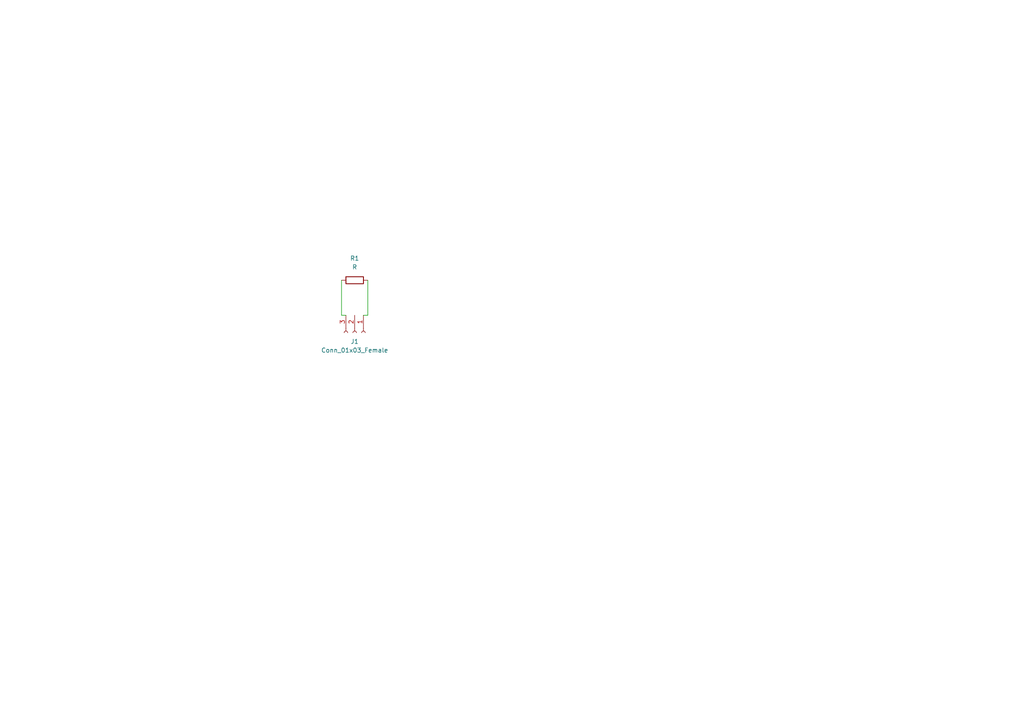
<source format=kicad_sch>
(kicad_sch (version 20211123) (generator eeschema)
  (paper "A4")
  (lib_symbols
    (symbol "Connector:Conn_01x03_Female" (pin_names (offset 1.016) hide)
      (property "Reference" "J" (at 0 5.08 0))
      (property "Value" "Conn_01x03_Female" (at 0 -5.08 0))
      (symbol "Conn_01x03_Female_1_1"
        (arc (start 0 -2.032) (mid -0.508 -2.54) (end 0 -3.048) (stroke (width 0.1524)))
        (polyline (pts (xy -1.27 -2.54) (xy -0.508 -2.54)) (stroke (width 0.1524)))
        (polyline (pts (xy -1.27 0) (xy -0.508 0)) (stroke (width 0.1524)))
        (polyline (pts (xy -1.27 2.54) (xy -0.508 2.54)) (stroke (width 0.1524)))
        (arc (start 0 0.508) (mid -0.508 0) (end 0 -0.508) (stroke (width 0.1524)))
        (arc (start 0 3.048) (mid -0.508 2.54) (end 0 2.032) (stroke (width 0.1524)))
        (pin passive line (at -5.08 2.54 0) (length 3.81) (name "Pin_1") (number "1"))
        (pin passive line (at -5.08 0 0) (length 3.81) (name "Pin_2") (number "2"))
        (pin passive line (at -5.08 -2.54 0) (length 3.81) (name "Pin_3") (number "3"))
      )
    )
    (symbol "Device:R" (pin_numbers hide) (pin_names (offset 0))
      (property "Reference" "R" (at 2.032 0 90))
      (property "Value" "R" (at 0 0 90))
      (symbol "R_0_1"
        (rectangle (start -1.016 -2.54) (end 1.016 2.54) (stroke (width 0.254)))
      )
      (symbol "R_1_1"
        (pin passive line (at 0 3.81 270) (length 1.27) (name "~") (number "1"))
        (pin passive line (at 0 -3.81 90) (length 1.27) (name "~") (number "2"))
      )
    )
  )
  (wire (pts (xy 106.68 91.44) (xy 105.41 91.44)))
  (wire (pts (xy 99.06 91.44) (xy 100.33 91.44)))
  (wire (pts (xy 106.68 81.28) (xy 106.68 91.44)))
  (wire (pts (xy 99.06 81.28) (xy 99.06 91.44)))
  (symbol (lib_id "Connector:Conn_01x03_Female") (at 102.87 96.52 270) (unit 1)
    (property "Reference" "J1" (at 102.87 99.06 90))
    (property "Value" "Conn_01x03_Female" (at 102.87 101.6 90))
    (property "Footprint" "Connector_PinSocket_2.54mm:PinSocket_1x03_P2.54mm_Horizontal" (effects hide))
  )
  (symbol (lib_id "Device:R") (at 102.87 81.28 270) (unit 1)
    (property "Reference" "R1" (at 102.87 74.93 90))
    (property "Value" "R" (at 102.87 77.47 90))
    (property "Footprint" "Resistor_SMD:R_0603_1608Metric_Pad0.98x0.95mm_HandSolder" (effects hide))
    (property "LCSC part number" "C22787" (effects hide))
  )
)
</source>
